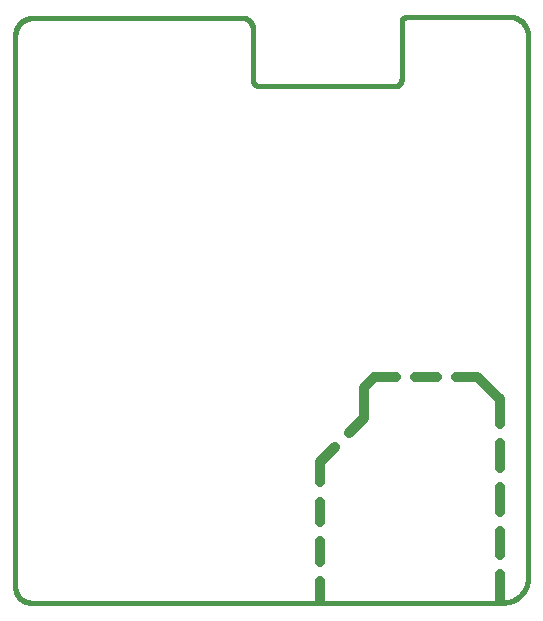
<source format=gbp>
G75*
%MOIN*%
%OFA0B0*%
%FSLAX25Y25*%
%IPPOS*%
%LPD*%
%AMOC8*
5,1,8,0,0,1.08239X$1,22.5*
%
%ADD10C,0.03200*%
%ADD11C,0.01600*%
D10*
X0137233Y0044645D02*
X0137233Y0051459D01*
X0137233Y0057859D02*
X0137233Y0064673D01*
X0137233Y0071073D02*
X0137233Y0077887D01*
X0137233Y0084287D02*
X0137233Y0091102D01*
X0142254Y0096122D01*
X0146779Y0100648D02*
X0151800Y0105669D01*
X0151800Y0115905D01*
X0155343Y0119448D01*
X0162494Y0119448D01*
X0168894Y0119448D02*
X0176045Y0119448D01*
X0182445Y0119448D02*
X0189595Y0119448D01*
X0197076Y0111968D01*
X0197076Y0103781D01*
X0197076Y0097381D02*
X0197076Y0089194D01*
X0197076Y0082794D02*
X0197076Y0074606D01*
X0197076Y0068206D02*
X0197076Y0060019D01*
X0197076Y0053619D02*
X0197076Y0045432D01*
D11*
X0198257Y0044251D02*
X0040776Y0044251D01*
X0040635Y0044253D01*
X0040494Y0044259D01*
X0040353Y0044268D01*
X0040213Y0044282D01*
X0040073Y0044300D01*
X0039934Y0044321D01*
X0039795Y0044346D01*
X0039657Y0044375D01*
X0039520Y0044408D01*
X0039383Y0044444D01*
X0039248Y0044484D01*
X0039114Y0044528D01*
X0038981Y0044576D01*
X0038850Y0044627D01*
X0038720Y0044682D01*
X0038592Y0044741D01*
X0038465Y0044802D01*
X0038340Y0044868D01*
X0038217Y0044937D01*
X0038096Y0045009D01*
X0037977Y0045084D01*
X0037860Y0045163D01*
X0037745Y0045245D01*
X0037632Y0045330D01*
X0037522Y0045418D01*
X0037415Y0045509D01*
X0037310Y0045604D01*
X0037207Y0045701D01*
X0037108Y0045800D01*
X0037011Y0045903D01*
X0036916Y0046008D01*
X0036825Y0046115D01*
X0036737Y0046225D01*
X0036652Y0046338D01*
X0036570Y0046453D01*
X0036491Y0046570D01*
X0036416Y0046689D01*
X0036344Y0046810D01*
X0036275Y0046933D01*
X0036209Y0047058D01*
X0036148Y0047185D01*
X0036089Y0047313D01*
X0036034Y0047443D01*
X0035983Y0047574D01*
X0035935Y0047707D01*
X0035891Y0047841D01*
X0035851Y0047976D01*
X0035815Y0048113D01*
X0035782Y0048250D01*
X0035753Y0048388D01*
X0035728Y0048527D01*
X0035707Y0048666D01*
X0035689Y0048806D01*
X0035675Y0048946D01*
X0035666Y0049087D01*
X0035660Y0049228D01*
X0035658Y0049369D01*
X0035658Y0233228D01*
X0035660Y0233380D01*
X0035666Y0233532D01*
X0035676Y0233684D01*
X0035689Y0233835D01*
X0035707Y0233986D01*
X0035728Y0234137D01*
X0035754Y0234287D01*
X0035783Y0234436D01*
X0035816Y0234585D01*
X0035853Y0234732D01*
X0035893Y0234879D01*
X0035938Y0235024D01*
X0035986Y0235168D01*
X0036038Y0235311D01*
X0036093Y0235453D01*
X0036152Y0235593D01*
X0036215Y0235732D01*
X0036281Y0235869D01*
X0036351Y0236004D01*
X0036424Y0236137D01*
X0036501Y0236268D01*
X0036581Y0236398D01*
X0036664Y0236525D01*
X0036750Y0236650D01*
X0036840Y0236773D01*
X0036933Y0236893D01*
X0037029Y0237011D01*
X0037128Y0237127D01*
X0037230Y0237240D01*
X0037334Y0237350D01*
X0037442Y0237458D01*
X0037552Y0237562D01*
X0037665Y0237664D01*
X0037781Y0237763D01*
X0037899Y0237859D01*
X0038019Y0237952D01*
X0038142Y0238042D01*
X0038267Y0238128D01*
X0038394Y0238211D01*
X0038524Y0238291D01*
X0038655Y0238368D01*
X0038788Y0238441D01*
X0038923Y0238511D01*
X0039060Y0238577D01*
X0039199Y0238640D01*
X0039339Y0238699D01*
X0039481Y0238754D01*
X0039624Y0238806D01*
X0039768Y0238854D01*
X0039913Y0238899D01*
X0040060Y0238939D01*
X0040207Y0238976D01*
X0040356Y0239009D01*
X0040505Y0239038D01*
X0040655Y0239064D01*
X0040806Y0239085D01*
X0040957Y0239103D01*
X0041108Y0239116D01*
X0041260Y0239126D01*
X0041412Y0239132D01*
X0041564Y0239134D01*
X0041564Y0239133D02*
X0111249Y0239133D01*
X0111365Y0239131D01*
X0111481Y0239125D01*
X0111596Y0239116D01*
X0111711Y0239103D01*
X0111826Y0239086D01*
X0111940Y0239065D01*
X0112054Y0239040D01*
X0112166Y0239012D01*
X0112277Y0238980D01*
X0112388Y0238945D01*
X0112497Y0238906D01*
X0112605Y0238863D01*
X0112711Y0238817D01*
X0112816Y0238768D01*
X0112919Y0238715D01*
X0113021Y0238658D01*
X0113120Y0238599D01*
X0113217Y0238536D01*
X0113313Y0238470D01*
X0113406Y0238401D01*
X0113497Y0238329D01*
X0113585Y0238254D01*
X0113671Y0238176D01*
X0113754Y0238095D01*
X0113835Y0238012D01*
X0113913Y0237926D01*
X0113988Y0237838D01*
X0114060Y0237747D01*
X0114129Y0237654D01*
X0114195Y0237558D01*
X0114258Y0237461D01*
X0114317Y0237362D01*
X0114374Y0237260D01*
X0114427Y0237157D01*
X0114476Y0237052D01*
X0114522Y0236946D01*
X0114565Y0236838D01*
X0114604Y0236729D01*
X0114639Y0236618D01*
X0114671Y0236507D01*
X0114699Y0236395D01*
X0114724Y0236281D01*
X0114745Y0236167D01*
X0114762Y0236052D01*
X0114775Y0235937D01*
X0114784Y0235822D01*
X0114790Y0235706D01*
X0114792Y0235590D01*
X0114792Y0218661D01*
X0114794Y0218566D01*
X0114800Y0218471D01*
X0114809Y0218376D01*
X0114823Y0218282D01*
X0114840Y0218189D01*
X0114861Y0218096D01*
X0114885Y0218004D01*
X0114914Y0217913D01*
X0114945Y0217823D01*
X0114981Y0217735D01*
X0115020Y0217648D01*
X0115063Y0217563D01*
X0115108Y0217480D01*
X0115158Y0217399D01*
X0115210Y0217319D01*
X0115266Y0217242D01*
X0115324Y0217167D01*
X0115386Y0217095D01*
X0115451Y0217025D01*
X0115518Y0216958D01*
X0115588Y0216893D01*
X0115660Y0216831D01*
X0115735Y0216773D01*
X0115812Y0216717D01*
X0115892Y0216665D01*
X0115973Y0216615D01*
X0116056Y0216570D01*
X0116141Y0216527D01*
X0116228Y0216488D01*
X0116316Y0216452D01*
X0116406Y0216421D01*
X0116497Y0216392D01*
X0116589Y0216368D01*
X0116682Y0216347D01*
X0116775Y0216330D01*
X0116869Y0216316D01*
X0116964Y0216307D01*
X0117059Y0216301D01*
X0117154Y0216299D01*
X0117154Y0216298D02*
X0162036Y0216298D01*
X0162036Y0216299D02*
X0162131Y0216301D01*
X0162226Y0216307D01*
X0162321Y0216316D01*
X0162415Y0216330D01*
X0162508Y0216347D01*
X0162601Y0216368D01*
X0162693Y0216392D01*
X0162784Y0216421D01*
X0162874Y0216452D01*
X0162962Y0216488D01*
X0163049Y0216527D01*
X0163134Y0216570D01*
X0163217Y0216615D01*
X0163298Y0216665D01*
X0163378Y0216717D01*
X0163455Y0216773D01*
X0163530Y0216831D01*
X0163602Y0216893D01*
X0163672Y0216958D01*
X0163739Y0217025D01*
X0163804Y0217095D01*
X0163866Y0217167D01*
X0163924Y0217242D01*
X0163980Y0217319D01*
X0164032Y0217399D01*
X0164082Y0217480D01*
X0164127Y0217563D01*
X0164170Y0217648D01*
X0164209Y0217735D01*
X0164245Y0217823D01*
X0164276Y0217913D01*
X0164305Y0218004D01*
X0164329Y0218096D01*
X0164350Y0218189D01*
X0164367Y0218282D01*
X0164381Y0218376D01*
X0164390Y0218471D01*
X0164396Y0218566D01*
X0164398Y0218661D01*
X0164398Y0237558D01*
X0164400Y0237644D01*
X0164405Y0237730D01*
X0164415Y0237815D01*
X0164428Y0237900D01*
X0164445Y0237984D01*
X0164465Y0238068D01*
X0164489Y0238150D01*
X0164517Y0238231D01*
X0164548Y0238312D01*
X0164582Y0238390D01*
X0164620Y0238467D01*
X0164662Y0238543D01*
X0164706Y0238616D01*
X0164754Y0238687D01*
X0164805Y0238757D01*
X0164859Y0238824D01*
X0164915Y0238888D01*
X0164975Y0238950D01*
X0165037Y0239010D01*
X0165101Y0239066D01*
X0165168Y0239120D01*
X0165238Y0239171D01*
X0165309Y0239219D01*
X0165383Y0239263D01*
X0165458Y0239305D01*
X0165535Y0239343D01*
X0165613Y0239377D01*
X0165694Y0239408D01*
X0165775Y0239436D01*
X0165857Y0239460D01*
X0165941Y0239480D01*
X0166025Y0239497D01*
X0166110Y0239510D01*
X0166195Y0239520D01*
X0166281Y0239525D01*
X0166367Y0239527D01*
X0200225Y0239527D01*
X0200382Y0239525D01*
X0200539Y0239519D01*
X0200696Y0239509D01*
X0200852Y0239496D01*
X0201008Y0239478D01*
X0201164Y0239457D01*
X0201319Y0239431D01*
X0201473Y0239402D01*
X0201627Y0239369D01*
X0201779Y0239332D01*
X0201931Y0239292D01*
X0202082Y0239247D01*
X0202231Y0239199D01*
X0202379Y0239147D01*
X0202526Y0239092D01*
X0202672Y0239032D01*
X0202816Y0238970D01*
X0202958Y0238903D01*
X0203099Y0238833D01*
X0203238Y0238760D01*
X0203375Y0238683D01*
X0203510Y0238603D01*
X0203642Y0238519D01*
X0203773Y0238432D01*
X0203902Y0238342D01*
X0204028Y0238249D01*
X0204152Y0238153D01*
X0204274Y0238053D01*
X0204393Y0237951D01*
X0204509Y0237845D01*
X0204623Y0237737D01*
X0204734Y0237626D01*
X0204842Y0237512D01*
X0204948Y0237396D01*
X0205050Y0237277D01*
X0205150Y0237155D01*
X0205246Y0237031D01*
X0205339Y0236905D01*
X0205429Y0236776D01*
X0205516Y0236645D01*
X0205600Y0236513D01*
X0205680Y0236378D01*
X0205757Y0236241D01*
X0205830Y0236102D01*
X0205900Y0235961D01*
X0205967Y0235819D01*
X0206029Y0235675D01*
X0206089Y0235529D01*
X0206144Y0235382D01*
X0206196Y0235234D01*
X0206244Y0235085D01*
X0206289Y0234934D01*
X0206329Y0234782D01*
X0206366Y0234630D01*
X0206399Y0234476D01*
X0206428Y0234322D01*
X0206454Y0234167D01*
X0206475Y0234011D01*
X0206493Y0233855D01*
X0206506Y0233699D01*
X0206516Y0233542D01*
X0206522Y0233385D01*
X0206524Y0233228D01*
X0206524Y0052519D01*
X0206525Y0052519D02*
X0206523Y0052319D01*
X0206515Y0052120D01*
X0206503Y0051920D01*
X0206486Y0051721D01*
X0206465Y0051522D01*
X0206438Y0051324D01*
X0206407Y0051127D01*
X0206371Y0050930D01*
X0206330Y0050735D01*
X0206285Y0050540D01*
X0206235Y0050347D01*
X0206180Y0050155D01*
X0206120Y0049964D01*
X0206056Y0049775D01*
X0205988Y0049587D01*
X0205915Y0049401D01*
X0205837Y0049217D01*
X0205755Y0049035D01*
X0205669Y0048855D01*
X0205578Y0048677D01*
X0205483Y0048501D01*
X0205384Y0048327D01*
X0205280Y0048156D01*
X0205173Y0047988D01*
X0205061Y0047822D01*
X0204946Y0047659D01*
X0204827Y0047499D01*
X0204703Y0047342D01*
X0204576Y0047187D01*
X0204446Y0047036D01*
X0204311Y0046888D01*
X0204174Y0046744D01*
X0204032Y0046602D01*
X0203888Y0046465D01*
X0203740Y0046330D01*
X0203589Y0046200D01*
X0203434Y0046073D01*
X0203277Y0045949D01*
X0203117Y0045830D01*
X0202954Y0045715D01*
X0202788Y0045603D01*
X0202620Y0045496D01*
X0202449Y0045392D01*
X0202275Y0045293D01*
X0202099Y0045198D01*
X0201921Y0045107D01*
X0201741Y0045021D01*
X0201559Y0044939D01*
X0201375Y0044861D01*
X0201189Y0044788D01*
X0201001Y0044720D01*
X0200812Y0044656D01*
X0200621Y0044596D01*
X0200429Y0044541D01*
X0200236Y0044491D01*
X0200041Y0044446D01*
X0199846Y0044405D01*
X0199649Y0044369D01*
X0199452Y0044338D01*
X0199254Y0044311D01*
X0199055Y0044290D01*
X0198856Y0044273D01*
X0198656Y0044261D01*
X0198457Y0044253D01*
X0198257Y0044251D01*
M02*

</source>
